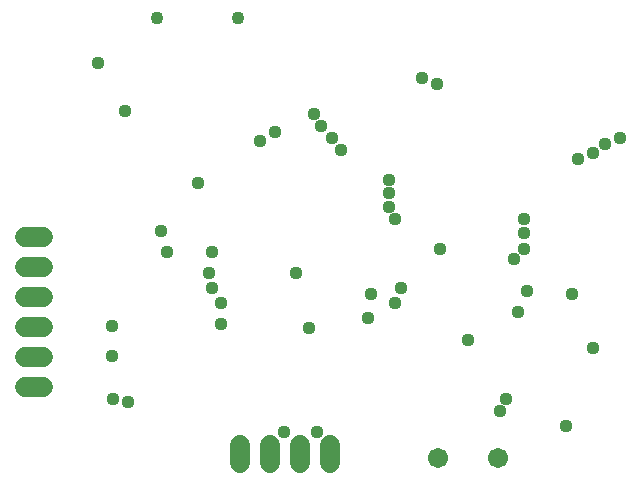
<source format=gbs>
G75*
%MOIN*%
%OFA0B0*%
%FSLAX25Y25*%
%IPPOS*%
%LPD*%
%AMOC8*
5,1,8,0,0,1.08239X$1,22.5*
%
%ADD10C,0.04343*%
%ADD11C,0.06737*%
%ADD12C,0.06800*%
%ADD13C,0.04369*%
D10*
X0085932Y0190445D03*
X0112704Y0190445D03*
D11*
X0179652Y0043854D03*
X0199337Y0043854D03*
D12*
X0143500Y0042000D02*
X0143500Y0048000D01*
X0133500Y0048000D02*
X0133500Y0042000D01*
X0123500Y0042000D02*
X0123500Y0048000D01*
X0113500Y0048000D02*
X0113500Y0042000D01*
X0048000Y0067500D02*
X0042000Y0067500D01*
X0042000Y0077500D02*
X0048000Y0077500D01*
X0048000Y0087500D02*
X0042000Y0087500D01*
X0042000Y0097500D02*
X0048000Y0097500D01*
X0048000Y0107500D02*
X0042000Y0107500D01*
X0042000Y0117500D02*
X0048000Y0117500D01*
D13*
X0071200Y0063500D03*
X0076200Y0062500D03*
X0070940Y0077740D03*
X0070780Y0087680D03*
X0103200Y0105500D03*
X0104200Y0100500D03*
X0107200Y0095500D03*
X0107200Y0088500D03*
X0132200Y0105500D03*
X0156200Y0090500D03*
X0165200Y0095500D03*
X0167200Y0100500D03*
X0157200Y0098500D03*
X0136500Y0087200D03*
X0104200Y0112500D03*
X0089200Y0112500D03*
X0087200Y0119500D03*
X0099400Y0135500D03*
X0120200Y0149500D03*
X0125200Y0152500D03*
X0138200Y0158500D03*
X0140381Y0154287D03*
X0144200Y0150500D03*
X0147200Y0146500D03*
X0163200Y0136500D03*
X0163200Y0132106D03*
X0163200Y0127500D03*
X0165200Y0123287D03*
X0180200Y0113500D03*
X0204924Y0110106D03*
X0208200Y0113500D03*
X0208200Y0118713D03*
X0208200Y0123500D03*
X0226200Y0143500D03*
X0231200Y0145500D03*
X0235200Y0148500D03*
X0240200Y0150500D03*
X0179200Y0168500D03*
X0174200Y0170500D03*
X0209200Y0099500D03*
X0206200Y0092500D03*
X0189500Y0083100D03*
X0202200Y0063500D03*
X0200200Y0059500D03*
X0222200Y0054500D03*
X0231200Y0080500D03*
X0224200Y0098500D03*
X0139200Y0052500D03*
X0128200Y0052500D03*
X0075200Y0159500D03*
X0066200Y0175500D03*
M02*

</source>
